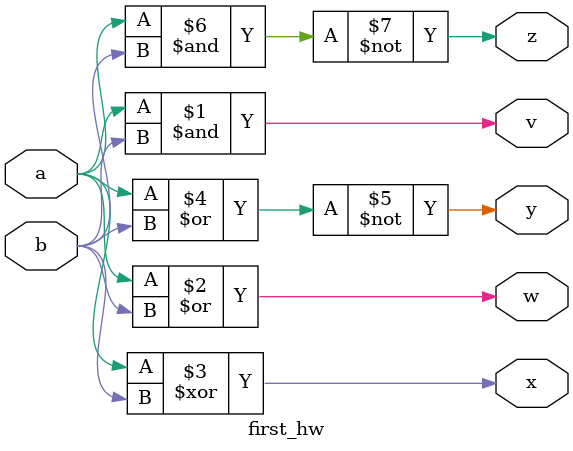
<source format=v>
`timescale 10ns / 100ps

module first_hw(a,b,v,w,x,y,z);
input a,b;
output v,w,x,y,z;
wire v,w,x,y,z;
assign v = a&b; // and gate
assign w = a|b; // or gate 
assign x = a^b; // xor gate
assign y = ~(a|b); // nor gate
assign z = ~(a&b); // nand gate
endmodule

</source>
